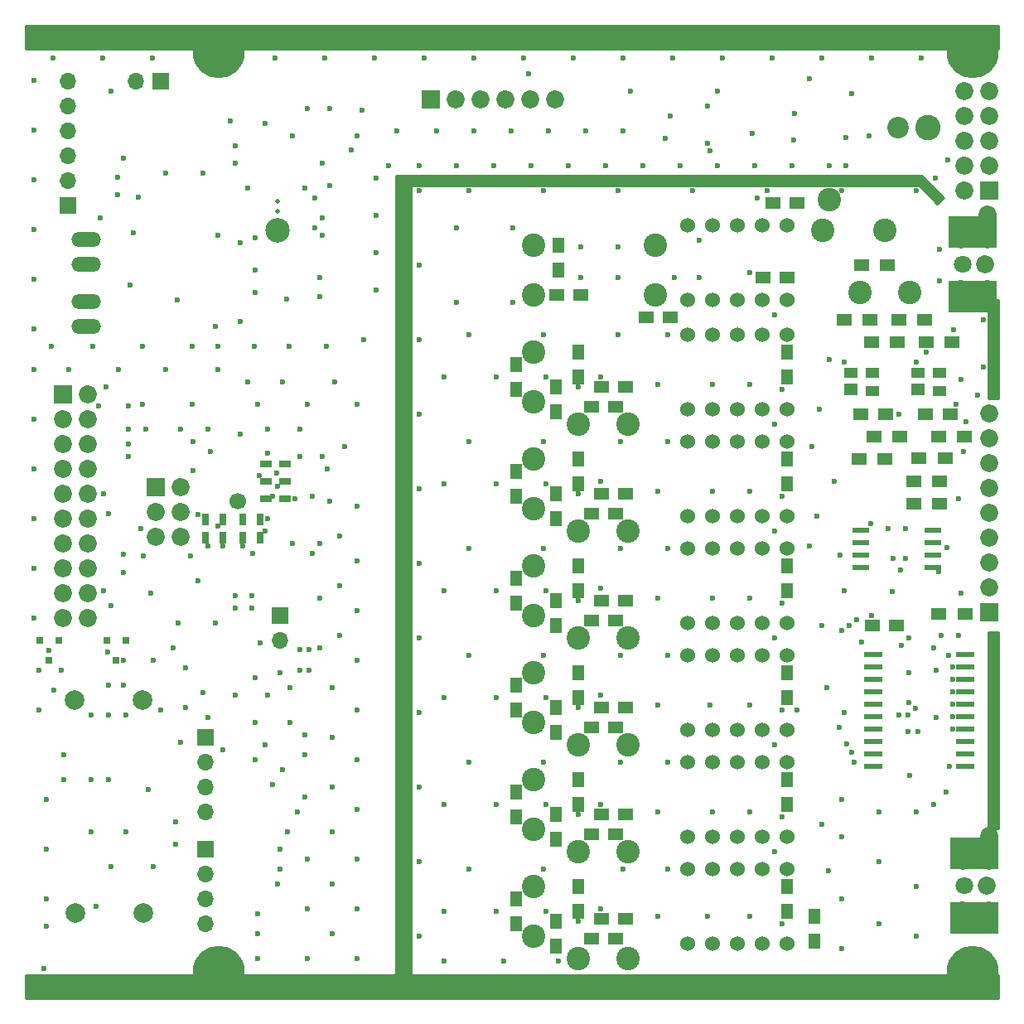
<source format=gbr>
G04 #@! TF.FileFunction,Soldermask,Bot*
%FSLAX46Y46*%
G04 Gerber Fmt 4.6, Leading zero omitted, Abs format (unit mm)*
G04 Created by KiCad (PCBNEW 4.0.7) date 02/05/18 11:03:03*
%MOMM*%
%LPD*%
G01*
G04 APERTURE LIST*
%ADD10C,0.100000*%
%ADD11C,2.400000*%
%ADD12R,1.750000X0.550000*%
%ADD13C,1.524000*%
%ADD14C,5.300000*%
%ADD15R,5.000000X3.300000*%
%ADD16C,1.850000*%
%ADD17C,1.800000*%
%ADD18C,0.500000*%
%ADD19C,2.500000*%
%ADD20R,0.750000X1.200000*%
%ADD21R,1.200000X0.750000*%
%ADD22C,2.000000*%
%ADD23R,1.700000X1.700000*%
%ADD24O,1.700000X1.700000*%
%ADD25O,3.014980X1.506220*%
%ADD26C,1.700000*%
%ADD27R,1.850000X1.850000*%
%ADD28R,1.400000X1.200000*%
%ADD29R,1.400000X1.000000*%
%ADD30R,1.250000X1.500000*%
%ADD31R,1.500000X1.250000*%
%ADD32R,1.950000X0.600000*%
%ADD33R,1.500000X1.300000*%
%ADD34C,2.600000*%
%ADD35C,2.200000*%
%ADD36R,0.800100X0.800100*%
%ADD37C,0.600000*%
%ADD38C,0.254000*%
G04 APERTURE END LIST*
D10*
D11*
X56746000Y-95636000D03*
X61826000Y-95636000D03*
X56746000Y-41026000D03*
X61826000Y-41026000D03*
X56746000Y-51948000D03*
X61826000Y-51948000D03*
X56746000Y-62870000D03*
X61826000Y-62870000D03*
D12*
X85558000Y-55631000D03*
X85558000Y-54361000D03*
X85558000Y-53091000D03*
X85558000Y-51821000D03*
X92958000Y-51821000D03*
X92958000Y-53091000D03*
X92958000Y-54361000D03*
X92958000Y-55631000D03*
D13*
X78082000Y-20706000D03*
X75542000Y-20706000D03*
X73002000Y-20706000D03*
X70462000Y-20706000D03*
X67922000Y-20706000D03*
X67922000Y-28326000D03*
X70462000Y-28326000D03*
X73002000Y-28326000D03*
X75542000Y-28326000D03*
X78082000Y-28326000D03*
D14*
X20000000Y-3000000D03*
X20000000Y-97000000D03*
X97000000Y-97000000D03*
X97000000Y-3000000D03*
D15*
X97200000Y-84900000D03*
X97200000Y-91500000D03*
D16*
X98415000Y-88200000D03*
X98700000Y-85660000D03*
X98700000Y-90740000D03*
X96005000Y-90740000D03*
X96005000Y-85660000D03*
D17*
X96160000Y-88200000D03*
D16*
X98700000Y-83120000D03*
D15*
X97030000Y-21350000D03*
X97030000Y-27950000D03*
D16*
X98245000Y-24650000D03*
X98530000Y-22110000D03*
X98530000Y-27190000D03*
X95835000Y-27190000D03*
X95835000Y-22110000D03*
D17*
X95990000Y-24650000D03*
D16*
X98530000Y-19570000D03*
D18*
X26012000Y-18236000D03*
D19*
X26012000Y-21236000D03*
D18*
X26012000Y-19236000D03*
D20*
X18646000Y-52644000D03*
X18646000Y-50744000D03*
X20424000Y-52644000D03*
X20424000Y-50744000D03*
X24234000Y-52644000D03*
X24234000Y-50744000D03*
X22456000Y-52644000D03*
X22456000Y-50744000D03*
D21*
X26708000Y-46868000D03*
X24808000Y-46868000D03*
X26708000Y-45090000D03*
X24808000Y-45090000D03*
X24808000Y-48646000D03*
X26708000Y-48646000D03*
D22*
X5300000Y-91000000D03*
X12300000Y-91000000D03*
X5200000Y-69200000D03*
X12200000Y-69200000D03*
D23*
X26266000Y-60584000D03*
D24*
X26266000Y-63124000D03*
D23*
X18646000Y-84460000D03*
D24*
X18646000Y-87000000D03*
X18646000Y-89540000D03*
X18646000Y-92080000D03*
D23*
X18646000Y-73030000D03*
D24*
X18646000Y-75570000D03*
X18646000Y-78110000D03*
X18646000Y-80650000D03*
D23*
X14074000Y-5974000D03*
D24*
X11534000Y-5974000D03*
D23*
X4592180Y-18671460D03*
D24*
X4592180Y-16131460D03*
X4592180Y-13591460D03*
X4592180Y-11051460D03*
X4592180Y-8511460D03*
X4592180Y-5971460D03*
D25*
X6390000Y-24720000D03*
X6390000Y-22180000D03*
D26*
X21948000Y-48900000D03*
D27*
X4041000Y-37952600D03*
D16*
X6581000Y-37952600D03*
X4041000Y-40492600D03*
X6581000Y-40492600D03*
X4041000Y-43032600D03*
X6581000Y-43032600D03*
X4041000Y-45572600D03*
X6581000Y-45572600D03*
X4041000Y-48112600D03*
X6581000Y-48112600D03*
X4041000Y-50652600D03*
X6581000Y-50652600D03*
X4041000Y-53192600D03*
X6581000Y-53192600D03*
X4041000Y-55732600D03*
X6581000Y-55732600D03*
X4041000Y-58272600D03*
X6581000Y-58272600D03*
X4041000Y-60812600D03*
X6581000Y-60812600D03*
D27*
X41607600Y-7802800D03*
D16*
X44147600Y-7802800D03*
X46687600Y-7802800D03*
X49227600Y-7802800D03*
X51767600Y-7802800D03*
X54307600Y-7802800D03*
D27*
X13489800Y-47452200D03*
D16*
X16029800Y-47452200D03*
X13489800Y-49992200D03*
X16029800Y-49992200D03*
X13489800Y-52532200D03*
X16029800Y-52532200D03*
D13*
X78082000Y-31882000D03*
X75542000Y-31882000D03*
X73002000Y-31882000D03*
X70462000Y-31882000D03*
X67922000Y-31882000D03*
X67922000Y-39502000D03*
X70462000Y-39502000D03*
X73002000Y-39502000D03*
X75542000Y-39502000D03*
X78082000Y-39502000D03*
X78082000Y-42804000D03*
X75542000Y-42804000D03*
X73002000Y-42804000D03*
X70462000Y-42804000D03*
X67922000Y-42804000D03*
X67922000Y-50424000D03*
X70462000Y-50424000D03*
X73002000Y-50424000D03*
X75542000Y-50424000D03*
X78082000Y-50424000D03*
X78082000Y-64648000D03*
X75542000Y-64648000D03*
X73002000Y-64648000D03*
X70462000Y-64648000D03*
X67922000Y-64648000D03*
X67922000Y-72268000D03*
X70462000Y-72268000D03*
X73002000Y-72268000D03*
X75542000Y-72268000D03*
X78082000Y-72268000D03*
X78082000Y-75570000D03*
X75542000Y-75570000D03*
X73002000Y-75570000D03*
X70462000Y-75570000D03*
X67922000Y-75570000D03*
X67922000Y-83190000D03*
X70462000Y-83190000D03*
X73002000Y-83190000D03*
X75542000Y-83190000D03*
X78082000Y-83190000D03*
X78082000Y-86492000D03*
X75542000Y-86492000D03*
X73002000Y-86492000D03*
X70462000Y-86492000D03*
X67922000Y-86492000D03*
X67922000Y-94112000D03*
X70462000Y-94112000D03*
X73002000Y-94112000D03*
X75542000Y-94112000D03*
X78082000Y-94112000D03*
D11*
X64620000Y-27818000D03*
X64620000Y-22738000D03*
X56746000Y-73792000D03*
X61826000Y-73792000D03*
X56746000Y-84714000D03*
X61826000Y-84714000D03*
X52174000Y-27818000D03*
X52174000Y-22738000D03*
X52174000Y-38740000D03*
X52174000Y-33660000D03*
X52174000Y-49662000D03*
X52174000Y-44582000D03*
X52174000Y-60584000D03*
X52174000Y-55504000D03*
X52174000Y-71506000D03*
X52174000Y-66426000D03*
X52174000Y-82428000D03*
X52174000Y-77348000D03*
X52174000Y-93350000D03*
X52174000Y-88270000D03*
D16*
X98700000Y-6950000D03*
X96160000Y-6950000D03*
X96160000Y-9490000D03*
X98700000Y-9490000D03*
X98700000Y-9490000D03*
X96160000Y-9490000D03*
X96160000Y-9490000D03*
X98700000Y-9490000D03*
D27*
X98700000Y-17110000D03*
D16*
X96160000Y-17110000D03*
X98700000Y-14570000D03*
X96160000Y-14570000D03*
X98700000Y-12030000D03*
X96160000Y-12030000D03*
X98700000Y-9490000D03*
X96160000Y-9490000D03*
D28*
X91460000Y-37478000D03*
D29*
X91460000Y-35758000D03*
X93660000Y-35758000D03*
X93660000Y-37658000D03*
D28*
X84602000Y-37478000D03*
D29*
X84602000Y-35758000D03*
X86802000Y-35758000D03*
X86802000Y-37658000D03*
D30*
X80876000Y-91338000D03*
X80876000Y-93838000D03*
D31*
X78062000Y-26040000D03*
X75562000Y-26040000D03*
D30*
X78082000Y-88290000D03*
X78082000Y-90790000D03*
X78082000Y-77368000D03*
X78082000Y-79868000D03*
X78082000Y-66446000D03*
X78082000Y-68946000D03*
X78082000Y-55524000D03*
X78082000Y-58024000D03*
X78082000Y-44602000D03*
X78082000Y-47102000D03*
D31*
X59052000Y-37216000D03*
X61552000Y-37216000D03*
X59052000Y-48138000D03*
X61552000Y-48138000D03*
X59052000Y-59060000D03*
X61552000Y-59060000D03*
X59052000Y-69982000D03*
X61552000Y-69982000D03*
X59052000Y-80904000D03*
X61552000Y-80904000D03*
X59052000Y-91572000D03*
X61552000Y-91572000D03*
X63624000Y-30104000D03*
X66124000Y-30104000D03*
D30*
X78082000Y-33680000D03*
X78082000Y-36180000D03*
D31*
X79078000Y-18420000D03*
X76578000Y-18420000D03*
D30*
X54460000Y-37236000D03*
X54460000Y-39736000D03*
X54460000Y-48158000D03*
X54460000Y-50658000D03*
X54460000Y-59080000D03*
X54460000Y-61580000D03*
X54460000Y-70002000D03*
X54460000Y-72502000D03*
X54460000Y-80924000D03*
X54460000Y-83424000D03*
X54460000Y-91846000D03*
X54460000Y-94346000D03*
D31*
X54480000Y-27818000D03*
X56980000Y-27818000D03*
D30*
X56746000Y-36180000D03*
X56746000Y-33680000D03*
X56746000Y-47102000D03*
X56746000Y-44602000D03*
X56746000Y-58024000D03*
X56746000Y-55524000D03*
X56746000Y-68946000D03*
X56746000Y-66446000D03*
X56746000Y-79868000D03*
X56746000Y-77368000D03*
X56746000Y-90790000D03*
X56746000Y-88290000D03*
X54714000Y-22758000D03*
X54714000Y-25258000D03*
D31*
X89238000Y-61600000D03*
X86738000Y-61600000D03*
D32*
X86844000Y-75951000D03*
X86844000Y-74681000D03*
X86844000Y-73411000D03*
X86844000Y-72141000D03*
X86844000Y-70871000D03*
X86844000Y-69601000D03*
X86844000Y-68331000D03*
X86844000Y-67061000D03*
X86844000Y-65791000D03*
X86844000Y-64521000D03*
X96244000Y-64521000D03*
X96244000Y-65791000D03*
X96244000Y-67061000D03*
X96244000Y-68331000D03*
X96244000Y-69601000D03*
X96244000Y-70871000D03*
X96244000Y-72141000D03*
X96244000Y-73411000D03*
X96244000Y-74681000D03*
X96244000Y-75951000D03*
D31*
X92199000Y-40010000D03*
X94699000Y-40010000D03*
X85595000Y-40010000D03*
X88095000Y-40010000D03*
D33*
X93656000Y-46868000D03*
X90956000Y-46868000D03*
X93656000Y-49154000D03*
X90956000Y-49154000D03*
X89432000Y-30358000D03*
X92132000Y-30358000D03*
X83844000Y-30358000D03*
X86544000Y-30358000D03*
X85622000Y-24770000D03*
X88322000Y-24770000D03*
X86638000Y-32644000D03*
X89338000Y-32644000D03*
X92226000Y-32644000D03*
X94926000Y-32644000D03*
X91510000Y-44510000D03*
X94210000Y-44510000D03*
X93496000Y-42296000D03*
X96196000Y-42296000D03*
X89592000Y-42296000D03*
X86892000Y-42296000D03*
X85368000Y-44582000D03*
X88068000Y-44582000D03*
D27*
X98740000Y-60280000D03*
D16*
X98740000Y-57740000D03*
X98740000Y-55200000D03*
X98740000Y-52660000D03*
X98740000Y-50120000D03*
X98740000Y-47580000D03*
X98740000Y-45040000D03*
X98740000Y-42500000D03*
X98740000Y-39960000D03*
D34*
X92450000Y-10700000D03*
D35*
X89400000Y-10700000D03*
D36*
X1694000Y-63139240D03*
X3594000Y-63139240D03*
X2644000Y-65138220D03*
X8552000Y-63139240D03*
X10452000Y-63139240D03*
X9502000Y-65138220D03*
D25*
X6390000Y-30993000D03*
X6390000Y-28453000D03*
D11*
X90580000Y-27580000D03*
X85500000Y-27580000D03*
X88040000Y-21230000D03*
X81690000Y-21230000D03*
X82325000Y-18055000D03*
D31*
X60536000Y-39248000D03*
X58036000Y-39248000D03*
D30*
X50396000Y-37450000D03*
X50396000Y-34950000D03*
D31*
X60536000Y-50170000D03*
X58036000Y-50170000D03*
D30*
X50396000Y-48372000D03*
X50396000Y-45872000D03*
D31*
X60536000Y-61092000D03*
X58036000Y-61092000D03*
D30*
X50396000Y-59294000D03*
X50396000Y-56794000D03*
D31*
X60536000Y-72014000D03*
X58036000Y-72014000D03*
D30*
X50396000Y-70216000D03*
X50396000Y-67716000D03*
D31*
X60536000Y-82936000D03*
X58036000Y-82936000D03*
D30*
X50396000Y-81138000D03*
X50396000Y-78638000D03*
D31*
X60536000Y-93604000D03*
X58036000Y-93604000D03*
D30*
X50396000Y-92060000D03*
X50396000Y-89560000D03*
D13*
X78082000Y-53726000D03*
X75542000Y-53726000D03*
X73002000Y-53726000D03*
X70462000Y-53726000D03*
X67922000Y-53726000D03*
X67922000Y-61346000D03*
X70462000Y-61346000D03*
X73002000Y-61346000D03*
X75542000Y-61346000D03*
X78082000Y-61346000D03*
D33*
X96280000Y-60380000D03*
X93580000Y-60380000D03*
D37*
X8994000Y-86238000D03*
X13312000Y-86238000D03*
X15598000Y-83952000D03*
X15598000Y-81666000D03*
X7470000Y-90302000D03*
X93550000Y-56130000D03*
X85690000Y-63250000D03*
X94680000Y-76010000D03*
X95608000Y-62616000D03*
X93322000Y-70998000D03*
X93322000Y-66172000D03*
X83924000Y-58044000D03*
X90528000Y-69474000D03*
X90528000Y-66426000D03*
X90528000Y-62870000D03*
X88810000Y-58110000D03*
X86718000Y-60584000D03*
X81638000Y-61600000D03*
X53444000Y-90810000D03*
X48364000Y-90810000D03*
X43030000Y-90810000D03*
X53444000Y-79888000D03*
X48364000Y-79888000D03*
X43030000Y-79888000D03*
X53444000Y-68966000D03*
X48364000Y-68966000D03*
X43030000Y-68966000D03*
X53444000Y-58044000D03*
X48364000Y-58044000D03*
X43030000Y-58044000D03*
X53444000Y-47122000D03*
X48364000Y-47122000D03*
X43030000Y-47122000D03*
X53444000Y-36200000D03*
X48364000Y-36200000D03*
X43030000Y-36200000D03*
X74272000Y-36962000D03*
X70462000Y-36962000D03*
X64874000Y-36962000D03*
X59032000Y-36200000D03*
X74272000Y-47884000D03*
X70462000Y-47884000D03*
X64874000Y-47884000D03*
X59032000Y-46868000D03*
X74272000Y-58806000D03*
X70462000Y-58806000D03*
X64874000Y-58806000D03*
X59032000Y-57790000D03*
X74272000Y-69728000D03*
X70208000Y-69728000D03*
X64874000Y-69728000D03*
X59032000Y-68712000D03*
X74272000Y-80650000D03*
X70462000Y-80650000D03*
X64874000Y-80650000D03*
X59032000Y-79888000D03*
X74272000Y-91318000D03*
X69954000Y-91318000D03*
X64874000Y-91318000D03*
X59032000Y-90556000D03*
X83670000Y-17150000D03*
X91290000Y-17150000D03*
X76050000Y-17150000D03*
X68430000Y-17150000D03*
X60810000Y-17150000D03*
X53190000Y-17150000D03*
X45570000Y-17150000D03*
X40490000Y-17150000D03*
X40490000Y-24770000D03*
X98148000Y-30358000D03*
X98148000Y-35184000D03*
X95862000Y-36454000D03*
X54714000Y-95890000D03*
X49126000Y-95890000D03*
X43030000Y-95890000D03*
X65890000Y-86492000D03*
X61318000Y-86492000D03*
X53190000Y-86492000D03*
X45570000Y-86492000D03*
X65890000Y-75570000D03*
X61064000Y-75570000D03*
X53190000Y-75570000D03*
X45570000Y-75570000D03*
X65890000Y-64648000D03*
X61064000Y-64648000D03*
X53190000Y-64648000D03*
X45570000Y-64648000D03*
X65890000Y-53726000D03*
X61064000Y-53726000D03*
X53190000Y-53726000D03*
X45570000Y-53726000D03*
X65890000Y-42804000D03*
X61064000Y-42804000D03*
X53190000Y-42804000D03*
X45570000Y-42804000D03*
X65890000Y-31882000D03*
X60810000Y-31882000D03*
X53190000Y-31882000D03*
X45570000Y-31882000D03*
X56746000Y-37216000D03*
X56746000Y-48138000D03*
X56746000Y-59060000D03*
X56746000Y-69982000D03*
X56746000Y-80904000D03*
X56746000Y-91826000D03*
X50015000Y-20960000D03*
X44300000Y-20960000D03*
X44300000Y-28580000D03*
X50015000Y-28580000D03*
X74272000Y-25532000D03*
X76812000Y-29850000D03*
X76812000Y-41026000D03*
X76812000Y-51948000D03*
X76812000Y-62870000D03*
X76812000Y-73792000D03*
X77574000Y-70236000D03*
X76812000Y-84714000D03*
X77574000Y-81158000D03*
X77574000Y-48392000D03*
X77574000Y-37470000D03*
X77574000Y-59314000D03*
X80368000Y-53472000D03*
X69065000Y-22230000D03*
X69065000Y-26040000D03*
X66525000Y-26040000D03*
X60810000Y-26040000D03*
X57000000Y-26040000D03*
X57000000Y-22865000D03*
X60810000Y-22865000D03*
X40490000Y-32390000D03*
X40490000Y-40010000D03*
X40490000Y-47630000D03*
X40490000Y-55250000D03*
X40490000Y-62870000D03*
X80622000Y-43312000D03*
X96370000Y-40772000D03*
X96116000Y-43820000D03*
X95608000Y-48646000D03*
X83416000Y-72014000D03*
X83924000Y-70490000D03*
X82273000Y-86619000D03*
X82150000Y-67970000D03*
X79098000Y-70236000D03*
X83924000Y-34676000D03*
X82400000Y-34422000D03*
X82908000Y-46868000D03*
X77574000Y-92080000D03*
X86591000Y-51186000D03*
X89639000Y-55885000D03*
X88369000Y-51694000D03*
X90147000Y-51694000D03*
X75034000Y-17912000D03*
X90570000Y-76900000D03*
X93000000Y-79890000D03*
X95354000Y-38994000D03*
X91290000Y-34676000D03*
X89512000Y-40010000D03*
X95100000Y-31374000D03*
X87480000Y-80650000D03*
X87480000Y-85730000D03*
X87480000Y-92080000D03*
X83670000Y-94620000D03*
X83670000Y-89540000D03*
X83670000Y-83190000D03*
X84940000Y-75570000D03*
X83670000Y-79380000D03*
X91290000Y-93350000D03*
X98910000Y-65410000D03*
X98910000Y-73030000D03*
X98910000Y-80650000D03*
X91290000Y-80650000D03*
X91290000Y-88270000D03*
X91290000Y-98430000D03*
X83670000Y-98430000D03*
X76050000Y-98430000D03*
X68430000Y-98430000D03*
X60810000Y-98430000D03*
X40490000Y-70490000D03*
X53190000Y-98430000D03*
X40490000Y-78110000D03*
X40490000Y-85730000D03*
X40490000Y-93350000D03*
X40490000Y-98430000D03*
X45570000Y-98430000D03*
X95862000Y-58298000D03*
X29822000Y-20960000D03*
X29822000Y-17912000D03*
X7724000Y-39121000D03*
X10772000Y-39121000D03*
X17376000Y-42804000D03*
X17376000Y-45725000D03*
X8740000Y-67696000D03*
X8613000Y-64267000D03*
X3914000Y-66172000D03*
X9629000Y-15753000D03*
X9629000Y-17531000D03*
X30584000Y-14356000D03*
X30584000Y-19944000D03*
X21694000Y-12578000D03*
X21694000Y-14356000D03*
X22456000Y-53472000D03*
X18900000Y-53472000D03*
X20424000Y-53472000D03*
X24742000Y-51948000D03*
X26012000Y-47376000D03*
X25885000Y-45979000D03*
X27790000Y-48646000D03*
X28298000Y-66172000D03*
X28298000Y-64013000D03*
X29187000Y-66172000D03*
X29187000Y-64013000D03*
X21694000Y-58552000D03*
X23345000Y-58552000D03*
X21694000Y-59822000D03*
X23345000Y-59822000D03*
X69954000Y-12324000D03*
X69954000Y-8514000D03*
X10200500Y-54297500D03*
X10200500Y-56139000D03*
X51666000Y-5212000D03*
X84051000Y-11689000D03*
X84051000Y-14610000D03*
X84432000Y-61600000D03*
X81384000Y-39502000D03*
X83670000Y-62108000D03*
X81130000Y-50424000D03*
X93830000Y-62616000D03*
X85160000Y-61040000D03*
X89512000Y-70744000D03*
X89766000Y-63632000D03*
X81638000Y-81920000D03*
X84178000Y-73665000D03*
X84686000Y-74554000D03*
X90401000Y-70744000D03*
X90401000Y-72395000D03*
X97487600Y-38079600D03*
X93626800Y-23195200D03*
X93620000Y-26390000D03*
X91187000Y-70032000D03*
X91417000Y-72395000D03*
X94338000Y-78618000D03*
X94973000Y-65791000D03*
X94973000Y-67061000D03*
X94973000Y-68331000D03*
X94973000Y-69601000D03*
X94973000Y-70871000D03*
X94973000Y-72141000D03*
X83460000Y-54410000D03*
X88877000Y-54742000D03*
X94370000Y-53670000D03*
X90147000Y-54742000D03*
X92306000Y-33660000D03*
X8486000Y-37216000D03*
X4168000Y-77348000D03*
X2390000Y-92334000D03*
X2390000Y-89540000D03*
X2390000Y-84460000D03*
X2390000Y-79380000D03*
X14582000Y-35438000D03*
X9756000Y-35438000D03*
X4676000Y-35438000D03*
X19916000Y-35438000D03*
X22964000Y-36708000D03*
X26520000Y-36708000D03*
X31854000Y-36708000D03*
X1120000Y-60838000D03*
X1120000Y-55758000D03*
X1120000Y-50678000D03*
X1120000Y-45598000D03*
X1120000Y-40518000D03*
X1120000Y-35438000D03*
X34140000Y-38994000D03*
X29060000Y-38994000D03*
X23980000Y-38994000D03*
X12169000Y-38994000D03*
X17249000Y-38994000D03*
X23980000Y-98430000D03*
X29060000Y-98430000D03*
X34140000Y-98430000D03*
X28298000Y-44328000D03*
X24996000Y-43947000D03*
X8740000Y-50170000D03*
X8232000Y-48138000D03*
X8994000Y-59568000D03*
X8232000Y-58044000D03*
X24234000Y-63378000D03*
X15852000Y-61346000D03*
X17884000Y-57028000D03*
X24996000Y-41534000D03*
X31092000Y-45598000D03*
X30584000Y-44328000D03*
X31346000Y-48900000D03*
X29568000Y-48392000D03*
X32362000Y-57536000D03*
X32362000Y-52456000D03*
X27536000Y-53218000D03*
X30330000Y-53218000D03*
X30330000Y-58806000D03*
X30330000Y-63886000D03*
X23726000Y-66934000D03*
X24996000Y-68712000D03*
X21694000Y-68712000D03*
X23726000Y-75316000D03*
X24742000Y-73792000D03*
X20424000Y-74300000D03*
X19154000Y-43820000D03*
X12042000Y-51694000D03*
X10772000Y-44328000D03*
X18900000Y-41534000D03*
X16106000Y-41534000D03*
X22202000Y-42042000D03*
X10772000Y-41534000D03*
X12550000Y-41534000D03*
X13058000Y-58298000D03*
X17122000Y-54488000D03*
X12296000Y-54488000D03*
X16614000Y-69982000D03*
X16106000Y-73538000D03*
X2136000Y-96652000D03*
X15852000Y-98176000D03*
X11280000Y-98176000D03*
X6200000Y-98176000D03*
X8740000Y-70744000D03*
X8740000Y-77348000D03*
X10518000Y-82682000D03*
X6962000Y-82682000D03*
X3152000Y-68204000D03*
X1628000Y-70236000D03*
X6962000Y-77348000D03*
X6962000Y-70744000D03*
X10264000Y-67696000D03*
X10518000Y-70744000D03*
X14074000Y-70236000D03*
X27282000Y-71506000D03*
X23726000Y-71506000D03*
X18900000Y-70998000D03*
X16614000Y-65918000D03*
X26266000Y-66426000D03*
X27282000Y-67950000D03*
X29060000Y-95636000D03*
X23980000Y-95636000D03*
X23980000Y-93096000D03*
X31600000Y-93096000D03*
X31600000Y-88016000D03*
X31600000Y-82682000D03*
X29060000Y-85476000D03*
X29060000Y-90556000D03*
X28298000Y-41534000D03*
X32870000Y-43312000D03*
X34140000Y-49408000D03*
X34140000Y-54996000D03*
X34140000Y-60076000D03*
X34140000Y-65156000D03*
X34140000Y-70236000D03*
X34140000Y-75316000D03*
X34140000Y-80396000D03*
X34140000Y-85476000D03*
X34140000Y-95636000D03*
X34140000Y-90556000D03*
X31600000Y-67950000D03*
X31600000Y-73030000D03*
X31600000Y-78110000D03*
X32362000Y-62616000D03*
X28806000Y-79126000D03*
X28806000Y-74808000D03*
X28044000Y-80650000D03*
X28806000Y-72776000D03*
X25504000Y-77856000D03*
X26520000Y-76332000D03*
X27028000Y-82682000D03*
X17884000Y-50233500D03*
X24107000Y-46233000D03*
X25504000Y-48392000D03*
X29568000Y-54234000D03*
X23472000Y-54234000D03*
X19916000Y-51440000D03*
X24996000Y-50678000D03*
X19662000Y-61346000D03*
X18392000Y-68458000D03*
X15344000Y-63886000D03*
X13312000Y-65156000D03*
X4168000Y-74808000D03*
X26266000Y-86492000D03*
X26266000Y-84460000D03*
X12804000Y-78364000D03*
X23980000Y-91064000D03*
X26012000Y-88016000D03*
X10264000Y-65156000D03*
X2644000Y-64140000D03*
X23726000Y-25278000D03*
X2898000Y-33025000D03*
X1120000Y-31247000D03*
X1120000Y-26167000D03*
X1120000Y-21087000D03*
X1120000Y-16007000D03*
X1120000Y-10927000D03*
X1120000Y-5847000D03*
X17249000Y-33025000D03*
X12169000Y-33025000D03*
X7089000Y-33025000D03*
X23599000Y-33025000D03*
X51920000Y-14610000D03*
X48110000Y-14610000D03*
X44300000Y-14610000D03*
X40490000Y-14610000D03*
X55730000Y-14610000D03*
X59540000Y-14610000D03*
X63350000Y-14610000D03*
X67160000Y-14610000D03*
X36045000Y-27310000D03*
X36045000Y-23500000D03*
X36045000Y-19690000D03*
X36045000Y-15880000D03*
X37315000Y-14610000D03*
X34775000Y-32390000D03*
X30965000Y-33025000D03*
X27155000Y-33025000D03*
X19916000Y-33025000D03*
X1120000Y-1656000D03*
X3025000Y-3561000D03*
X8105000Y-3561000D03*
X13185000Y-3561000D03*
X25758000Y-3561000D03*
X30838000Y-3561000D03*
X35918000Y-3561000D03*
X40998000Y-3561000D03*
X46078000Y-3561000D03*
X51158000Y-3561000D03*
X56238000Y-3561000D03*
X61318000Y-3561000D03*
X66398000Y-3561000D03*
X71478000Y-3561000D03*
X76558000Y-3561000D03*
X81638000Y-3561000D03*
X86718000Y-3561000D03*
X91798000Y-3561000D03*
X34648000Y-8895000D03*
X11788000Y-17785000D03*
X7851000Y-19944000D03*
X15725000Y-28326000D03*
X10899000Y-26802000D03*
X26901000Y-28199000D03*
X30330000Y-27945000D03*
X34140000Y-11562000D03*
X38204000Y-11054000D03*
X42268000Y-11054000D03*
X33505000Y-12959000D03*
X19662000Y-30993000D03*
X22202000Y-30485000D03*
X31346000Y-16642000D03*
X84686000Y-7244000D03*
X86464000Y-11562000D03*
X80368000Y-5720000D03*
X70208000Y-13086000D03*
X94465000Y-13975000D03*
X93195000Y-15880000D03*
X70970000Y-14610000D03*
X74780000Y-14610000D03*
X31346000Y-8768000D03*
X61318000Y-11054000D03*
X57508000Y-11054000D03*
X53698000Y-11054000D03*
X49888000Y-11054000D03*
X46078000Y-11054000D03*
X82400000Y-14610000D03*
X78590000Y-14610000D03*
X65636000Y-11816000D03*
X66144000Y-9530000D03*
X78717000Y-11943000D03*
X78844000Y-9276000D03*
X62080000Y-6990000D03*
X70970000Y-6990000D03*
X74526000Y-11308000D03*
X30330000Y-26040000D03*
X30584000Y-21722000D03*
X14582000Y-15372000D03*
X18392000Y-15372000D03*
X24742000Y-10292000D03*
X21186000Y-10038000D03*
X29060000Y-8768000D03*
X27536000Y-11562000D03*
X10264000Y-13848000D03*
X8994000Y-6990000D03*
X11280000Y-21468000D03*
X22202000Y-22484000D03*
X23726000Y-27564000D03*
X19916000Y-21722000D03*
X23726000Y-21976000D03*
X22964000Y-16896000D03*
X28806000Y-16896000D03*
X1628000Y-66172000D03*
X10772000Y-43058000D03*
X94592000Y-64648000D03*
X93068000Y-63886000D03*
D38*
G36*
X94031394Y-17912000D02*
X93998263Y-17945131D01*
X93332927Y-18499578D01*
X91636844Y-16682346D01*
X91595816Y-16653051D01*
X91544000Y-16642000D01*
X39728000Y-16642000D01*
X39678590Y-16652006D01*
X39636965Y-16680447D01*
X39609685Y-16722841D01*
X39601000Y-16769000D01*
X39601000Y-97160000D01*
X39611006Y-97209410D01*
X39639447Y-97251035D01*
X39681841Y-97278315D01*
X39728000Y-97287000D01*
X99672000Y-97287000D01*
X99672000Y-99700000D01*
X231000Y-99700000D01*
X231000Y-97287000D01*
X37950000Y-97287000D01*
X37999410Y-97276994D01*
X38041035Y-97248553D01*
X38068315Y-97206159D01*
X38077000Y-97160000D01*
X38077000Y-15626000D01*
X91745394Y-15626000D01*
X94031394Y-17912000D01*
X94031394Y-17912000D01*
G37*
X94031394Y-17912000D02*
X93998263Y-17945131D01*
X93332927Y-18499578D01*
X91636844Y-16682346D01*
X91595816Y-16653051D01*
X91544000Y-16642000D01*
X39728000Y-16642000D01*
X39678590Y-16652006D01*
X39636965Y-16680447D01*
X39609685Y-16722841D01*
X39601000Y-16769000D01*
X39601000Y-97160000D01*
X39611006Y-97209410D01*
X39639447Y-97251035D01*
X39681841Y-97278315D01*
X39728000Y-97287000D01*
X99672000Y-97287000D01*
X99672000Y-99700000D01*
X231000Y-99700000D01*
X231000Y-97287000D01*
X37950000Y-97287000D01*
X37999410Y-97276994D01*
X38041035Y-97248553D01*
X38068315Y-97206159D01*
X38077000Y-97160000D01*
X38077000Y-15626000D01*
X91745394Y-15626000D01*
X94031394Y-17912000D01*
G36*
X99672000Y-82301000D02*
X98656000Y-82301000D01*
X98656000Y-62235000D01*
X99672000Y-62235000D01*
X99672000Y-82301000D01*
X99672000Y-82301000D01*
G37*
X99672000Y-82301000D02*
X98656000Y-82301000D01*
X98656000Y-62235000D01*
X99672000Y-62235000D01*
X99672000Y-82301000D01*
G36*
X99672000Y-38359000D02*
X98656000Y-38359000D01*
X98656000Y-28326000D01*
X99672000Y-28326000D01*
X99672000Y-38359000D01*
X99672000Y-38359000D01*
G37*
X99672000Y-38359000D02*
X98656000Y-38359000D01*
X98656000Y-28326000D01*
X99672000Y-28326000D01*
X99672000Y-38359000D01*
G36*
X99672000Y-2672000D02*
X231000Y-2672000D01*
X231000Y-259000D01*
X99672000Y-259000D01*
X99672000Y-2672000D01*
X99672000Y-2672000D01*
G37*
X99672000Y-2672000D02*
X231000Y-2672000D01*
X231000Y-259000D01*
X99672000Y-259000D01*
X99672000Y-2672000D01*
M02*

</source>
